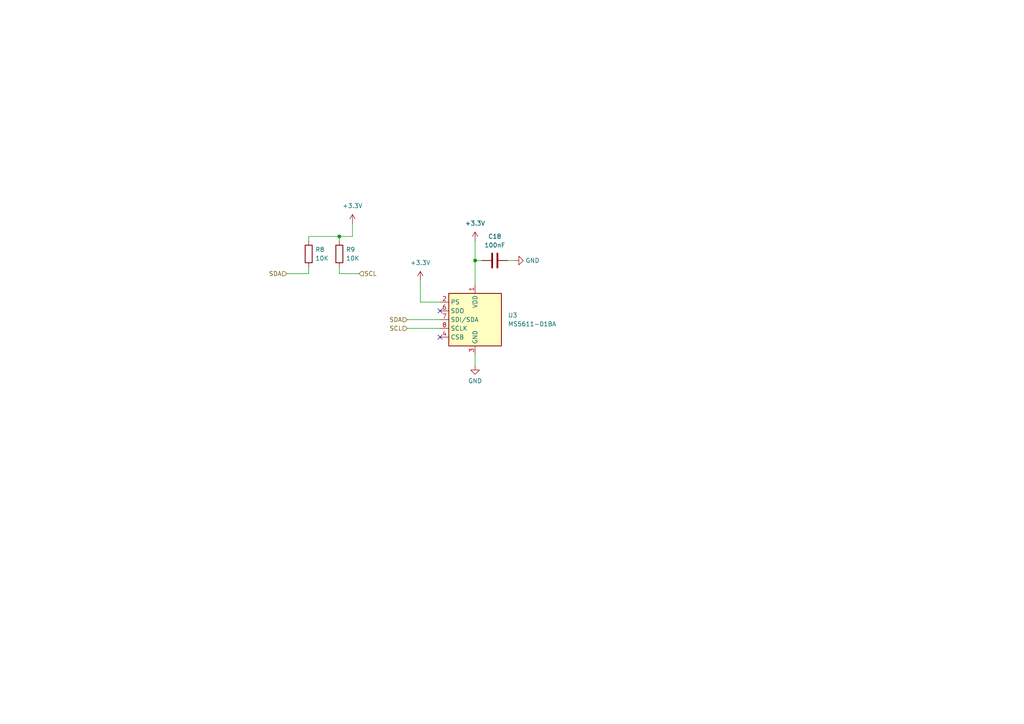
<source format=kicad_sch>
(kicad_sch (version 20231120) (generator "eeschema") (generator_version "8.0")
  (paper "A4")
  (lib_symbols
    (symbol "Device:C" (pin_numbers hide) (pin_names (offset 0.254))
      (property "Reference" "C" (at 0.635 2.54 0))
      (property "Value" "C" (at 0.635 -2.54 0))
      (symbol "C_0_1"
        (polyline (pts (xy -2.032 -0.762) (xy 2.032 -0.762)) (stroke (width 0.508)))
        (polyline (pts (xy -2.032 0.762) (xy 2.032 0.762)) (stroke (width 0.508)))
      )
      (symbol "C_1_1"
        (pin passive line (at 0 3.81 270) (length 2.794) (name "~") (number "1"))
        (pin passive line (at 0 -3.81 90) (length 2.794) (name "~") (number "2"))
      )
    )
    (symbol "Device:R" (pin_numbers hide) (pin_names (offset 0))
      (property "Reference" "R" (at 2.032 0 90))
      (property "Value" "R" (at 0 0 90))
      (symbol "R_0_1"
        (rectangle (start -1.016 -2.54) (end 1.016 2.54) (stroke (width 0.254)))
      )
      (symbol "R_1_1"
        (pin passive line (at 0 3.81 270) (length 1.27) (name "~") (number "1"))
        (pin passive line (at 0 -3.81 90) (length 1.27) (name "~") (number "2"))
      )
    )
    (symbol "Sensor_Pressure:MS5611-01BA"
      (property "Reference" "U" (at -6.35 8.89 0))
      (property "Value" "MS5611-01BA" (at 7.62 8.89 0))
      (symbol "MS5611-01BA_0_1"
        (rectangle (start -7.62 7.62) (end 7.62 -7.62) (stroke (width 0.254)) (fill (type background)))
      )
      (symbol "MS5611-01BA_1_1"
        (pin power_in line (at 0 10.16 270) (length 2.54) (name "VDD") (number "1"))
        (pin input line (at -10.16 5.08 0) (length 2.54) (name "PS") (number "2"))
        (pin power_in line (at 0 -10.16 90) (length 2.54) (name "GND") (number "3"))
        (pin input line (at -10.16 -5.08 0) (length 2.54) (name "CSB") (number "4"))
        (pin input line (at -10.16 -5.08 0) (length 2.54) hide (name "CSB") (number "5"))
        (pin output line (at -10.16 2.54 0) (length 2.54) (name "SDO") (number "6"))
        (pin bidirectional line (at -10.16 0 0) (length 2.54) (name "SDI/SDA") (number "7"))
        (pin input line (at -10.16 -2.54 0) (length 2.54) (name "SCLK") (number "8"))
      )
    )
    (symbol "power:+3.3V" (power) (pin_names (offset 0))
      (property "Value" "+3.3V" (at 0 3.556 0))
      (symbol "+3.3V_0_1"
        (polyline (pts (xy -0.762 1.27) (xy 0 2.54)))
        (polyline (pts (xy 0 0) (xy 0 2.54)))
        (polyline (pts (xy 0 2.54) (xy 0.762 1.27)))
      )
      (symbol "+3.3V_1_1"
        (pin power_in line (at 0 0 90) (length 0) hide (name "+3.3V") (number "1"))
      )
    )
    (symbol "power:GND" (power) (pin_names (offset 0))
      (property "Value" "GND" (at 0 -3.81 0))
      (symbol "GND_0_1"
        (polyline (pts (xy 0 0) (xy 0 -1.27) (xy 1.27 -1.27) (xy 0 -2.54) (xy -1.27 -1.27) (xy 0 -1.27)))
      )
      (symbol "GND_1_1"
        (pin power_in line (at 0 0 270) (length 0) hide (name "GND") (number "1"))
      )
    )
  )
  (junction (at 98.425 68.58))
  (junction (at 137.795 75.565))
  (no_connect (at 127.635 90.17))
  (no_connect (at 127.635 97.79))
  (wire (pts (xy 137.795 69.85) (xy 137.795 75.565)))
  (wire (pts (xy 137.795 102.87) (xy 137.795 106.045)))
  (wire (pts (xy 118.11 95.25) (xy 127.635 95.25)))
  (wire (pts (xy 83.185 79.375) (xy 89.535 79.375)))
  (wire (pts (xy 104.14 79.375) (xy 98.425 79.375)))
  (wire (pts (xy 118.11 92.71) (xy 127.635 92.71)))
  (wire (pts (xy 137.795 75.565) (xy 139.7 75.565)))
  (wire (pts (xy 147.32 75.565) (xy 149.225 75.565)))
  (wire (pts (xy 98.425 68.58) (xy 102.235 68.58)))
  (wire (pts (xy 89.535 69.85) (xy 89.535 68.58)))
  (wire (pts (xy 98.425 68.58) (xy 98.425 69.85)))
  (wire (pts (xy 137.795 75.565) (xy 137.795 82.55)))
  (wire (pts (xy 89.535 68.58) (xy 98.425 68.58)))
  (wire (pts (xy 121.92 81.28) (xy 121.92 87.63)))
  (wire (pts (xy 121.92 87.63) (xy 127.635 87.63)))
  (wire (pts (xy 102.235 68.58) (xy 102.235 64.77)))
  (wire (pts (xy 98.425 79.375) (xy 98.425 77.47)))
  (wire (pts (xy 89.535 79.375) (xy 89.535 77.47)))
  (hierarchical_label "SDA" (shape input) (at 83.185 79.375 180))
  (hierarchical_label "SCL" (shape input) (at 104.14 79.375 0))
  (hierarchical_label "SCL" (shape input) (at 118.11 95.25 180))
  (hierarchical_label "SDA" (shape input) (at 118.11 92.71 180))
  (symbol (lib_id "Device:R") (at 89.535 73.66 0) (unit 1)
    (property "Reference" "R8" (at 91.44 72.39 0) (effects (justify left)))
    (property "Value" "10K" (at 91.44 74.93 0) (effects (justify left)))
    (property "Footprint" "Resistor_SMD:R_0402_1005Metric" (effects (hide yes)))
  )
  (symbol (lib_id "power:+3.3V") (at 102.235 64.77 0) (unit 1)
    (property "Reference" "#PWR028" (effects (hide yes)))
    (property "Value" "+3.3V" (at 102.235 59.69 0))
  )
  (symbol (lib_id "power:GND") (at 137.795 106.045 0) (unit 1)
    (property "Reference" "#PWR031" (effects (hide yes)))
    (property "Value" "GND" (at 137.795 110.49 0))
  )
  (symbol (lib_id "Device:C") (at 143.51 75.565 90) (unit 1)
    (property "Reference" "C18" (at 143.51 68.58 90))
    (property "Value" "100nF" (at 143.51 71.12 90))
    (property "Footprint" "Capacitor_SMD:C_0402_1005Metric" (effects (hide yes)))
  )
  (symbol (lib_id "power:GND") (at 149.225 75.565 90) (unit 1)
    (property "Reference" "#PWR032" (effects (hide yes)))
    (property "Value" "GND" (at 152.4 75.565 90) (effects (justify right)))
  )
  (symbol (lib_id "Device:R") (at 98.425 73.66 0) (unit 1)
    (property "Reference" "R9" (at 100.33 72.39 0) (effects (justify left)))
    (property "Value" "10K" (at 100.33 74.93 0) (effects (justify left)))
    (property "Footprint" "Resistor_SMD:R_0402_1005Metric" (effects (hide yes)))
  )
  (symbol (lib_id "power:+3.3V") (at 121.92 81.28 0) (unit 1)
    (property "Reference" "#PWR024" (effects (hide yes)))
    (property "Value" "+3.3V" (at 121.92 76.2 0))
  )
  (symbol (lib_id "power:+3.3V") (at 137.795 69.85 0) (unit 1)
    (property "Reference" "#PWR030" (effects (hide yes)))
    (property "Value" "+3.3V" (at 137.795 64.77 0))
  )
  (symbol (lib_id "Sensor_Pressure:MS5611-01BA") (at 137.795 92.71 0) (unit 1)
    (property "Reference" "U3" (at 147.32 91.44 0) (effects (justify left)))
    (property "Value" "MS5611-01BA" (at 147.32 93.98 0) (effects (justify left)))
    (property "Footprint" "Package_LGA:LGA-8_3x5mm_P1.25mm" (effects (hide yes)))
    (property "Datasheet" "https://www.te.com/commerce/DocumentDelivery/DDEController?Action=srchrtrv&DocNm=MS5611-01BA03&DocType=Data+Sheet&DocLang=English" (effects (hide yes)))
  )
)
</source>
